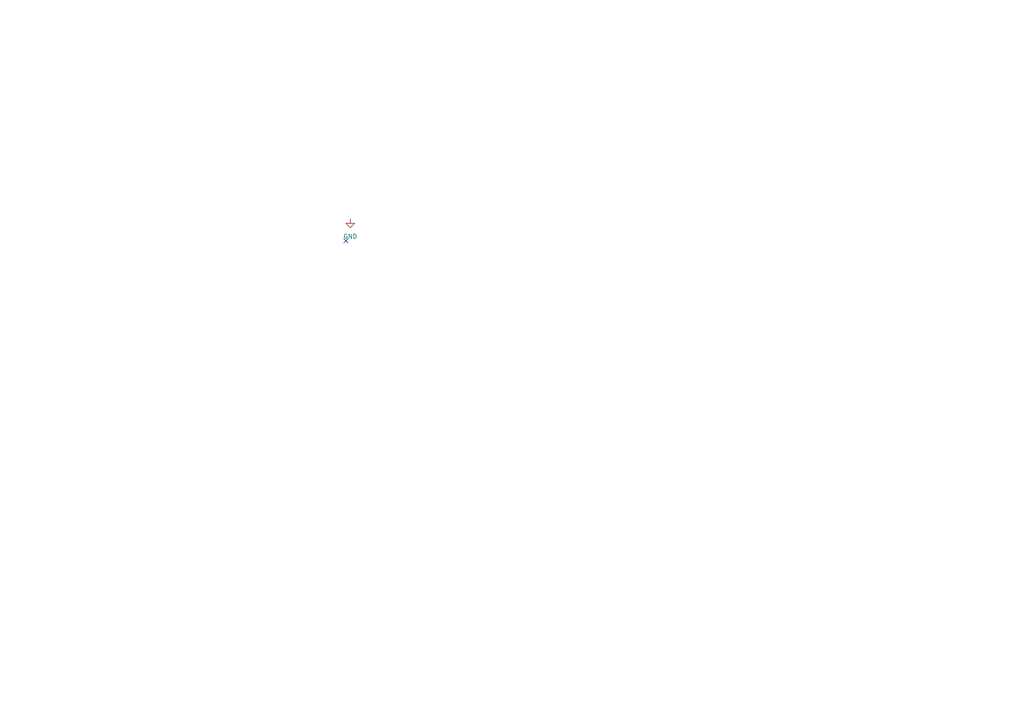
<source format=kicad_sch>
(kicad_sch (version 20211123) (generator eeschema)
  (paper "A4")
  (lib_symbols
    (symbol "power:GND" (power) (pin_names (offset 0))
      (property "Value" "GND" (at 0 -3.81 0))
      (symbol "GND_0_1"
        (polyline (pts (xy 0 0) (xy 0 -1.27) (xy 1.27 -1.27) (xy 0 -2.54) (xy -1.27 -1.27) (xy 0 -1.27)))
      )
      (symbol "GND_1_1"
        (pin power_in line (at 0 0 270) (length 0) hide (name "GND") (number "1"))
      )
    )
  )
  (no_connect (at 100.33 69.85))
  (symbol (lib_id "power:GND") (at 101.6 63.5 0) (unit 1)
    (property "Reference" "#PWR?" (effects hide))
    (property "Value" "GND" (at 101.6 68.58 0))
  )
)
</source>
